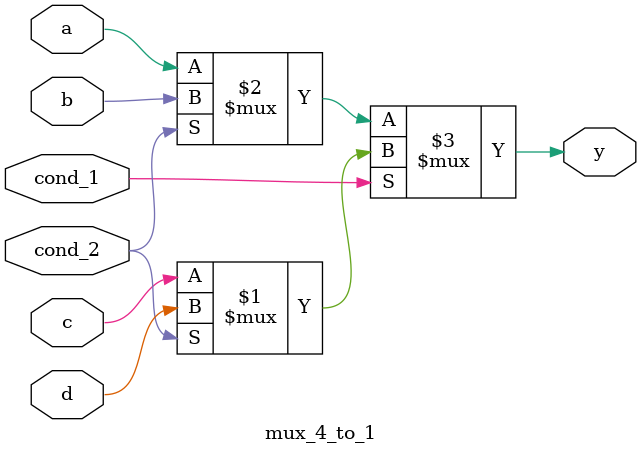
<source format=sv>
`timescale 1ns / 1ps

module mux_4_to_1(
    input logic a, b, c, d,
    input logic cond_1, cond_2,
    output y
    );
    assign y = cond_1 ? (cond_2 ? d : c)
                      : (cond_2 ? b : a);
endmodule

</source>
